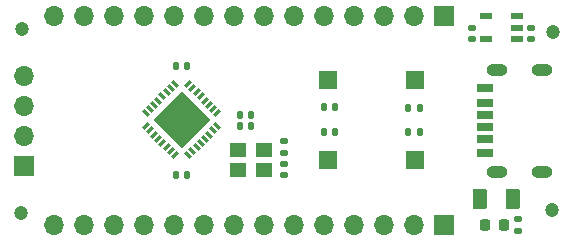
<source format=gts>
%TF.GenerationSoftware,KiCad,Pcbnew,(6.0.8)*%
%TF.CreationDate,2022-10-13T16:24:43+08:00*%
%TF.ProjectId,UINIO-MCU-STM32L051K8,55494e49-4f2d-44d4-9355-2d53544d3332,rev?*%
%TF.SameCoordinates,Original*%
%TF.FileFunction,Soldermask,Top*%
%TF.FilePolarity,Negative*%
%FSLAX46Y46*%
G04 Gerber Fmt 4.6, Leading zero omitted, Abs format (unit mm)*
G04 Created by KiCad (PCBNEW (6.0.8)) date 2022-10-13 16:24:43*
%MOMM*%
%LPD*%
G01*
G04 APERTURE LIST*
G04 Aperture macros list*
%AMRoundRect*
0 Rectangle with rounded corners*
0 $1 Rounding radius*
0 $2 $3 $4 $5 $6 $7 $8 $9 X,Y pos of 4 corners*
0 Add a 4 corners polygon primitive as box body*
4,1,4,$2,$3,$4,$5,$6,$7,$8,$9,$2,$3,0*
0 Add four circle primitives for the rounded corners*
1,1,$1+$1,$2,$3*
1,1,$1+$1,$4,$5*
1,1,$1+$1,$6,$7*
1,1,$1+$1,$8,$9*
0 Add four rect primitives between the rounded corners*
20,1,$1+$1,$2,$3,$4,$5,0*
20,1,$1+$1,$4,$5,$6,$7,0*
20,1,$1+$1,$6,$7,$8,$9,0*
20,1,$1+$1,$8,$9,$2,$3,0*%
%AMRotRect*
0 Rectangle, with rotation*
0 The origin of the aperture is its center*
0 $1 length*
0 $2 width*
0 $3 Rotation angle, in degrees counterclockwise*
0 Add horizontal line*
21,1,$1,$2,0,0,$3*%
G04 Aperture macros list end*
%ADD10RoundRect,0.135000X0.135000X0.185000X-0.135000X0.185000X-0.135000X-0.185000X0.135000X-0.185000X0*%
%ADD11RoundRect,0.140000X0.140000X0.170000X-0.140000X0.170000X-0.140000X-0.170000X0.140000X-0.170000X0*%
%ADD12RoundRect,0.250000X0.375000X0.625000X-0.375000X0.625000X-0.375000X-0.625000X0.375000X-0.625000X0*%
%ADD13RoundRect,0.140000X-0.140000X-0.170000X0.140000X-0.170000X0.140000X0.170000X-0.140000X0.170000X0*%
%ADD14C,1.200000*%
%ADD15RotRect,0.600000X0.300000X135.000000*%
%ADD16RotRect,0.600000X0.300000X225.000000*%
%ADD17RotRect,0.600000X0.300000X315.000000*%
%ADD18RotRect,0.600000X0.300000X45.000000*%
%ADD19RotRect,3.450000X3.450000X45.000000*%
%ADD20RoundRect,0.135000X0.185000X-0.135000X0.185000X0.135000X-0.185000X0.135000X-0.185000X-0.135000X0*%
%ADD21R,1.700000X1.700000*%
%ADD22O,1.700000X1.700000*%
%ADD23O,1.800000X1.000000*%
%ADD24R,1.400000X0.700000*%
%ADD25R,1.400000X0.800000*%
%ADD26R,1.500000X1.500000*%
%ADD27RoundRect,0.218750X-0.218750X-0.256250X0.218750X-0.256250X0.218750X0.256250X-0.218750X0.256250X0*%
%ADD28RoundRect,0.140000X-0.170000X0.140000X-0.170000X-0.140000X0.170000X-0.140000X0.170000X0.140000X0*%
%ADD29R,1.400000X1.200000*%
%ADD30RoundRect,0.140000X0.170000X-0.140000X0.170000X0.140000X-0.170000X0.140000X-0.170000X-0.140000X0*%
%ADD31R,1.000000X0.600000*%
G04 APERTURE END LIST*
D10*
%TO.C,R3*%
X163970000Y-100740000D03*
X162950000Y-100740000D03*
%TD*%
D11*
%TO.C,C5*%
X156750000Y-98620000D03*
X155790000Y-98620000D03*
%TD*%
D12*
%TO.C,F1*%
X171800000Y-106370000D03*
X169000000Y-106370000D03*
%TD*%
D13*
%TO.C,C4*%
X143277147Y-95098606D03*
X144237147Y-95098606D03*
%TD*%
D14*
%TO.C,HOLE1*%
X175160000Y-107360000D03*
%TD*%
D15*
%TO.C,U3*%
X144315761Y-102704819D03*
X144669315Y-102351266D03*
X145022868Y-101997712D03*
X145376422Y-101644159D03*
X145729975Y-101290606D03*
X146083528Y-100937052D03*
X146437082Y-100583499D03*
X146790635Y-100229945D03*
D16*
X146790635Y-99112717D03*
X146437082Y-98759163D03*
X146083528Y-98405610D03*
X145729975Y-98052056D03*
X145376422Y-97698503D03*
X145022868Y-97344950D03*
X144669315Y-96991396D03*
X144315761Y-96637843D03*
D17*
X143198533Y-96637843D03*
X142844979Y-96991396D03*
X142491426Y-97344950D03*
X142137872Y-97698503D03*
X141784319Y-98052056D03*
X141430766Y-98405610D03*
X141077212Y-98759163D03*
X140723659Y-99112717D03*
D18*
X140723659Y-100229945D03*
X141077212Y-100583499D03*
X141430766Y-100937052D03*
X141784319Y-101290606D03*
X142137872Y-101644159D03*
X142491426Y-101997712D03*
X142844979Y-102351266D03*
X143198533Y-102704819D03*
D19*
X143757147Y-99671331D03*
%TD*%
D20*
%TO.C,R1*%
X172200000Y-109110000D03*
X172200000Y-108090000D03*
%TD*%
D21*
%TO.C,J3*%
X130390000Y-103590000D03*
D22*
X130390000Y-101050000D03*
X130390000Y-98510000D03*
X130390000Y-95970000D03*
%TD*%
D11*
%TO.C,C8*%
X149640000Y-99260000D03*
X148680000Y-99260000D03*
%TD*%
D13*
%TO.C,C7*%
X143287147Y-104358606D03*
X144247147Y-104358606D03*
%TD*%
D23*
%TO.C,USB1*%
X170430000Y-104090000D03*
X170430000Y-95450000D03*
X174230000Y-104090000D03*
X174230000Y-95450000D03*
D24*
X169430000Y-100270000D03*
X169430000Y-98250000D03*
D25*
X169430000Y-97020000D03*
D24*
X169430000Y-99270000D03*
X169430000Y-101290000D03*
D25*
X169430000Y-102520000D03*
%TD*%
D13*
%TO.C,C9*%
X155780000Y-100750000D03*
X156740000Y-100750000D03*
%TD*%
D14*
%TO.C,HOLE2*%
X175200000Y-92230000D03*
%TD*%
%TO.C,HOLE4*%
X130220000Y-92000000D03*
%TD*%
D26*
%TO.C,SW2*%
X163530000Y-103090000D03*
X156130000Y-103090000D03*
%TD*%
D10*
%TO.C,R2*%
X163980000Y-98660000D03*
X162960000Y-98660000D03*
%TD*%
D27*
%TO.C,D1*%
X169457500Y-108620000D03*
X171032500Y-108620000D03*
%TD*%
D28*
%TO.C,C2*%
X168380000Y-91890000D03*
X168380000Y-92850000D03*
%TD*%
D11*
%TO.C,C6*%
X149640000Y-100240000D03*
X148680000Y-100240000D03*
%TD*%
D28*
%TO.C,C11*%
X152400000Y-101510000D03*
X152400000Y-102470000D03*
%TD*%
D29*
%TO.C,Y1*%
X150770000Y-102260000D03*
X148570000Y-102260000D03*
X148570000Y-103960000D03*
X150770000Y-103960000D03*
%TD*%
D14*
%TO.C,HOLE3*%
X130190000Y-107540000D03*
%TD*%
D30*
%TO.C,C10*%
X152390000Y-104350000D03*
X152390000Y-103390000D03*
%TD*%
D28*
%TO.C,C1*%
X173330000Y-91890000D03*
X173330000Y-92850000D03*
%TD*%
D26*
%TO.C,SW1*%
X163550000Y-96330000D03*
X156150000Y-96330000D03*
%TD*%
D31*
%TO.C,U1*%
X172158000Y-92836000D03*
X172158000Y-91886000D03*
X172158000Y-90936000D03*
X169558000Y-90936000D03*
X169558000Y-92836000D03*
%TD*%
D21*
%TO.C,J2*%
X165980000Y-108610000D03*
D22*
X163440000Y-108610000D03*
X160900000Y-108610000D03*
X158360000Y-108610000D03*
X155820000Y-108610000D03*
X153280000Y-108610000D03*
X150740000Y-108610000D03*
X148200000Y-108610000D03*
X145660000Y-108610000D03*
X143120000Y-108610000D03*
X140580000Y-108610000D03*
X138040000Y-108610000D03*
X135500000Y-108610000D03*
X132960000Y-108610000D03*
%TD*%
D21*
%TO.C,J1*%
X166010000Y-90900000D03*
D22*
X163470000Y-90900000D03*
X160930000Y-90900000D03*
X158390000Y-90900000D03*
X155850000Y-90900000D03*
X153310000Y-90900000D03*
X150770000Y-90900000D03*
X148230000Y-90900000D03*
X145690000Y-90900000D03*
X143150000Y-90900000D03*
X140610000Y-90900000D03*
X138070000Y-90900000D03*
X135530000Y-90900000D03*
X132990000Y-90900000D03*
%TD*%
M02*

</source>
